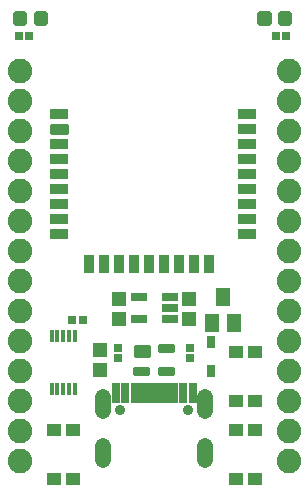
<source format=gbr>
G04 EAGLE Gerber RS-274X export*
G75*
%MOMM*%
%FSLAX34Y34*%
%LPD*%
%INSoldermask Top*%
%IPPOS*%
%AMOC8*
5,1,8,0,0,1.08239X$1,22.5*%
G01*
%ADD10R,1.403200X0.753200*%
%ADD11R,1.203200X1.103200*%
%ADD12C,0.505344*%
%ADD13R,0.743200X0.803200*%
%ADD14R,1.203200X1.303200*%
%ADD15R,0.803200X1.653200*%
%ADD16R,0.503200X1.653200*%
%ADD17C,1.361200*%
%ADD18C,0.903200*%
%ADD19R,0.803200X0.743200*%
%ADD20R,1.203200X1.603200*%
%ADD21R,0.803200X1.003200*%
%ADD22C,0.453416*%
%ADD23C,0.349006*%
%ADD24R,0.400000X1.100000*%
%ADD25R,1.625600X0.914400*%
%ADD26C,0.228600*%
%ADD27R,0.914400X1.625600*%
%ADD28C,2.082800*%


D10*
X143001Y144500D03*
X143001Y154000D03*
X143001Y163500D03*
X116999Y163500D03*
X116999Y144500D03*
D11*
X45000Y50500D03*
X61000Y50500D03*
X61000Y9500D03*
X45000Y9500D03*
X199000Y116500D03*
X215000Y116500D03*
X215000Y75500D03*
X199000Y75500D03*
D12*
X19720Y395510D02*
X19720Y402490D01*
X19720Y395510D02*
X12740Y395510D01*
X12740Y402490D01*
X19720Y402490D01*
X19720Y400310D02*
X12740Y400310D01*
X37260Y402490D02*
X37260Y395510D01*
X30280Y395510D01*
X30280Y402490D01*
X37260Y402490D01*
X37260Y400310D02*
X30280Y400310D01*
X237280Y402490D02*
X237280Y395510D01*
X237280Y402490D02*
X244260Y402490D01*
X244260Y395510D01*
X237280Y395510D01*
X237280Y400310D02*
X244260Y400310D01*
X219740Y402490D02*
X219740Y395510D01*
X219740Y402490D02*
X226720Y402490D01*
X226720Y395510D01*
X219740Y395510D01*
X219740Y400310D02*
X226720Y400310D01*
D13*
X241320Y384000D03*
X232680Y384000D03*
X15680Y384000D03*
X24320Y384000D03*
D14*
X159500Y144500D03*
X159500Y161500D03*
X100500Y144500D03*
X100500Y161500D03*
D11*
X199000Y50500D03*
X215000Y50500D03*
X215000Y9500D03*
X199000Y9500D03*
D15*
X97500Y81950D03*
X105500Y81950D03*
D16*
X127500Y81950D03*
X122500Y81950D03*
X117500Y81950D03*
X112500Y81950D03*
X132500Y81950D03*
X137500Y81950D03*
X142500Y81950D03*
X147500Y81950D03*
D15*
X154500Y81950D03*
X162500Y81950D03*
D17*
X86800Y78590D02*
X86800Y67010D01*
X173200Y67010D02*
X173200Y78590D01*
X86800Y36790D02*
X86800Y25210D01*
X173200Y25210D02*
X173200Y36790D01*
D18*
X101100Y67500D03*
X158900Y67500D03*
D19*
X99000Y120320D03*
X99000Y111680D03*
X160000Y120320D03*
X160000Y111680D03*
D20*
X188000Y163000D03*
X197500Y141000D03*
X178500Y141000D03*
D21*
X178000Y100500D03*
X178000Y125500D03*
D13*
X69320Y144000D03*
X60680Y144000D03*
D22*
X114501Y113901D02*
X124399Y113901D01*
X114501Y113901D02*
X114501Y121299D01*
X124399Y121299D01*
X124399Y113901D01*
X124399Y118208D02*
X114501Y118208D01*
D23*
X113979Y98179D02*
X124921Y98179D01*
X113979Y98179D02*
X113979Y102621D01*
X124921Y102621D01*
X124921Y98179D01*
X124921Y101494D02*
X113979Y101494D01*
X135079Y98179D02*
X146021Y98179D01*
X135079Y98179D02*
X135079Y102621D01*
X146021Y102621D01*
X146021Y98179D01*
X146021Y101494D02*
X135079Y101494D01*
X135079Y117379D02*
X146021Y117379D01*
X135079Y117379D02*
X135079Y121821D01*
X146021Y121821D01*
X146021Y117379D01*
X146021Y120694D02*
X135079Y120694D01*
D24*
X43000Y85500D03*
X48000Y85500D03*
X53000Y85500D03*
X58000Y85500D03*
X63000Y85500D03*
X63000Y130500D03*
X58000Y130500D03*
X53000Y130500D03*
X48000Y130500D03*
X43000Y130500D03*
D14*
X84000Y101500D03*
X84000Y118500D03*
D25*
X49120Y318220D03*
D26*
X42335Y302091D02*
X56305Y302091D01*
X42335Y302091D02*
X42335Y308949D01*
X56305Y308949D01*
X56305Y302091D01*
X56305Y304263D02*
X42335Y304263D01*
X42335Y306435D02*
X56305Y306435D01*
X56305Y308607D02*
X42335Y308607D01*
D25*
X49320Y292820D03*
X49320Y280120D03*
X49320Y267420D03*
X49320Y254720D03*
X49320Y242020D03*
X49320Y229320D03*
X49320Y216620D03*
D27*
X74720Y191220D03*
X87420Y191220D03*
X100120Y191220D03*
X112820Y191220D03*
X125520Y191220D03*
X138220Y191220D03*
X150920Y191220D03*
X163620Y191220D03*
X176320Y191220D03*
D25*
X208070Y216620D03*
X208070Y229320D03*
X208070Y242020D03*
X208070Y254720D03*
X208070Y267420D03*
X208070Y280120D03*
X208070Y292820D03*
X208070Y305520D03*
X208070Y318220D03*
D28*
X16000Y355000D03*
X16000Y329600D03*
X16000Y304200D03*
X16000Y278800D03*
X16000Y253400D03*
X16000Y228000D03*
X16000Y202600D03*
X16000Y177200D03*
X16000Y151800D03*
X16000Y126400D03*
X16000Y101000D03*
X16000Y75600D03*
X16000Y50200D03*
X16000Y24800D03*
X244000Y355000D03*
X244000Y329600D03*
X244000Y304200D03*
X244000Y278800D03*
X244000Y253400D03*
X244000Y228000D03*
X244000Y202600D03*
X244000Y177200D03*
X244000Y151800D03*
X244000Y126400D03*
X244000Y101000D03*
X244000Y75600D03*
X244000Y50200D03*
X244000Y24800D03*
M02*

</source>
